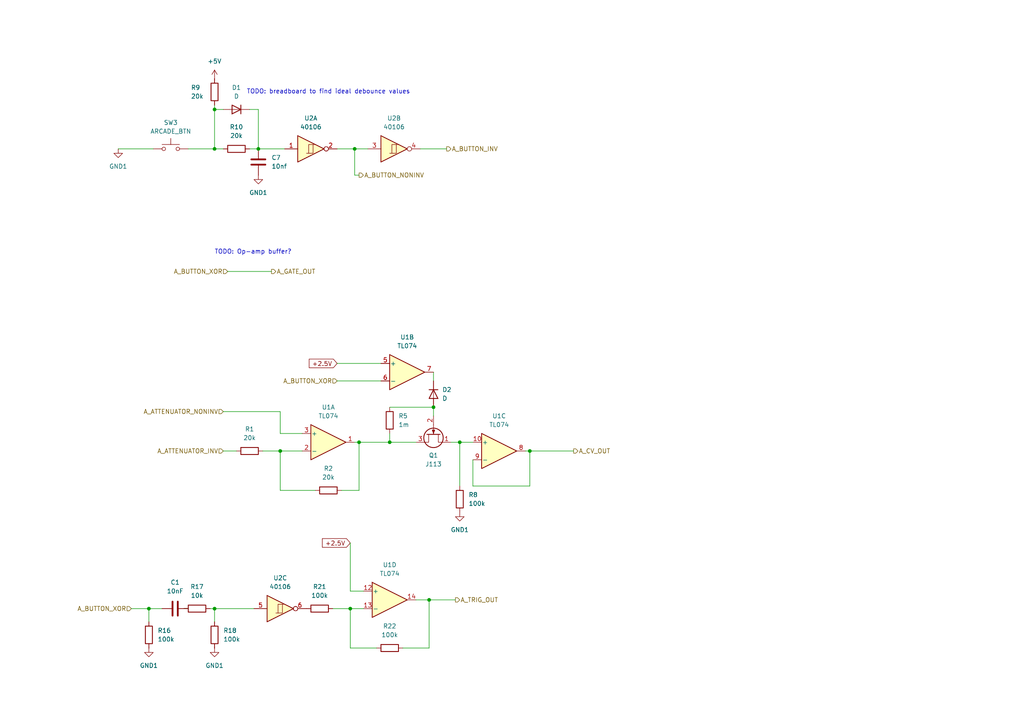
<source format=kicad_sch>
(kicad_sch (version 20231120) (generator "eeschema") (generator_version "8.0")
  (paper "A4")
  (lib_symbols
    (symbol "4xxx:40106" (pin_names (offset 1.016))
      (property "Reference" "U" (at 0 1.27 0))
      (property "Value" "40106" (at 0 -1.27 0))
      (symbol "40106_1_0"
        (polyline (pts (xy -0.635 -1.27) (xy -0.635 1.27) (xy 0.635 1.27)))
        (polyline (pts (xy -3.81 3.81) (xy -3.81 -3.81) (xy 3.81 0) (xy -3.81 3.81)) (stroke (width 0.254)) (fill (type background)))
        (polyline (pts (xy -1.27 -1.27) (xy 0.635 -1.27) (xy 0.635 1.27) (xy 1.27 1.27)))
        (pin input line (at -7.62 0 0) (length 3.81) (name "~") (number "1"))
        (pin output inverted (at 7.62 0 180) (length 3.81) (name "~") (number "2"))
      )
      (symbol "40106_2_0"
        (polyline (pts (xy -0.635 -1.27) (xy -0.635 1.27) (xy 0.635 1.27)))
        (polyline (pts (xy -3.81 3.81) (xy -3.81 -3.81) (xy 3.81 0) (xy -3.81 3.81)) (stroke (width 0.254)) (fill (type background)))
        (polyline (pts (xy -1.27 -1.27) (xy 0.635 -1.27) (xy 0.635 1.27) (xy 1.27 1.27)))
        (pin input line (at -7.62 0 0) (length 3.81) (name "~") (number "3"))
        (pin output inverted (at 7.62 0 180) (length 3.81) (name "~") (number "4"))
      )
      (symbol "40106_3_0"
        (polyline (pts (xy -0.635 -1.27) (xy -0.635 1.27) (xy 0.635 1.27)))
        (polyline (pts (xy -3.81 3.81) (xy -3.81 -3.81) (xy 3.81 0) (xy -3.81 3.81)) (stroke (width 0.254)) (fill (type background)))
        (polyline (pts (xy -1.27 -1.27) (xy 0.635 -1.27) (xy 0.635 1.27) (xy 1.27 1.27)))
        (pin input line (at -7.62 0 0) (length 3.81) (name "~") (number "5"))
        (pin output inverted (at 7.62 0 180) (length 3.81) (name "~") (number "6"))
      )
      (symbol "40106_4_0"
        (polyline (pts (xy -0.635 -1.27) (xy -0.635 1.27) (xy 0.635 1.27)))
        (polyline (pts (xy -3.81 3.81) (xy -3.81 -3.81) (xy 3.81 0) (xy -3.81 3.81)) (stroke (width 0.254)) (fill (type background)))
        (polyline (pts (xy -1.27 -1.27) (xy 0.635 -1.27) (xy 0.635 1.27) (xy 1.27 1.27)))
        (pin output inverted (at 7.62 0 180) (length 3.81) (name "~") (number "8"))
        (pin input line (at -7.62 0 0) (length 3.81) (name "~") (number "9"))
      )
      (symbol "40106_5_0"
        (polyline (pts (xy -0.635 -1.27) (xy -0.635 1.27) (xy 0.635 1.27)))
        (polyline (pts (xy -3.81 3.81) (xy -3.81 -3.81) (xy 3.81 0) (xy -3.81 3.81)) (stroke (width 0.254)) (fill (type background)))
        (polyline (pts (xy -1.27 -1.27) (xy 0.635 -1.27) (xy 0.635 1.27) (xy 1.27 1.27)))
        (pin output inverted (at 7.62 0 180) (length 3.81) (name "~") (number "10"))
        (pin input line (at -7.62 0 0) (length 3.81) (name "~") (number "11"))
      )
      (symbol "40106_6_0"
        (polyline (pts (xy -0.635 -1.27) (xy -0.635 1.27) (xy 0.635 1.27)))
        (polyline (pts (xy -3.81 3.81) (xy -3.81 -3.81) (xy 3.81 0) (xy -3.81 3.81)) (stroke (width 0.254)) (fill (type background)))
        (polyline (pts (xy -1.27 -1.27) (xy 0.635 -1.27) (xy 0.635 1.27) (xy 1.27 1.27)))
        (pin output inverted (at 7.62 0 180) (length 3.81) (name "~") (number "12"))
        (pin input line (at -7.62 0 0) (length 3.81) (name "~") (number "13"))
      )
      (symbol "40106_7_0"
        (pin power_in line (at 0 12.7 270) (length 5.08) (name "VDD") (number "14"))
        (pin power_in line (at 0 -12.7 90) (length 5.08) (name "VSS") (number "7"))
      )
      (symbol "40106_7_1"
        (rectangle (start -5.08 7.62) (end 5.08 -7.62) (stroke (width 0.254)) (fill (type background)))
      )
    )
    (symbol "Amplifier_Operational:TL074" (pin_names (offset 0.127))
      (property "Reference" "U" (at 0 5.08 0))
      (property "Value" "TL074" (at 0 -5.08 0))
      (symbol "TL074_1_1"
        (polyline (pts (xy -5.08 5.08) (xy 5.08 0) (xy -5.08 -5.08) (xy -5.08 5.08)) (stroke (width 0.254)) (fill (type background)))
        (pin output line (at 7.62 0 180) (length 2.54) (name "~") (number "1"))
        (pin input line (at -7.62 -2.54 0) (length 2.54) (name "-") (number "2"))
        (pin input line (at -7.62 2.54 0) (length 2.54) (name "+") (number "3"))
      )
      (symbol "TL074_2_1"
        (polyline (pts (xy -5.08 5.08) (xy 5.08 0) (xy -5.08 -5.08) (xy -5.08 5.08)) (stroke (width 0.254)) (fill (type background)))
        (pin input line (at -7.62 2.54 0) (length 2.54) (name "+") (number "5"))
        (pin input line (at -7.62 -2.54 0) (length 2.54) (name "-") (number "6"))
        (pin output line (at 7.62 0 180) (length 2.54) (name "~") (number "7"))
      )
      (symbol "TL074_3_1"
        (polyline (pts (xy -5.08 5.08) (xy 5.08 0) (xy -5.08 -5.08) (xy -5.08 5.08)) (stroke (width 0.254)) (fill (type background)))
        (pin input line (at -7.62 2.54 0) (length 2.54) (name "+") (number "10"))
        (pin output line (at 7.62 0 180) (length 2.54) (name "~") (number "8"))
        (pin input line (at -7.62 -2.54 0) (length 2.54) (name "-") (number "9"))
      )
      (symbol "TL074_4_1"
        (polyline (pts (xy -5.08 5.08) (xy 5.08 0) (xy -5.08 -5.08) (xy -5.08 5.08)) (stroke (width 0.254)) (fill (type background)))
        (pin input line (at -7.62 2.54 0) (length 2.54) (name "+") (number "12"))
        (pin input line (at -7.62 -2.54 0) (length 2.54) (name "-") (number "13"))
        (pin output line (at 7.62 0 180) (length 2.54) (name "~") (number "14"))
      )
      (symbol "TL074_5_1"
        (pin power_in line (at -2.54 -7.62 90) (length 3.81) (name "V-") (number "11"))
        (pin power_in line (at -2.54 7.62 270) (length 3.81) (name "V+") (number "4"))
      )
    )
    (symbol "Device:C" (pin_numbers hide) (pin_names (offset 0.254))
      (property "Reference" "C" (at 0.635 2.54 0))
      (property "Value" "C" (at 0.635 -2.54 0))
      (symbol "C_0_1"
        (polyline (pts (xy -2.032 -0.762) (xy 2.032 -0.762)) (stroke (width 0.508)))
        (polyline (pts (xy -2.032 0.762) (xy 2.032 0.762)) (stroke (width 0.508)))
      )
      (symbol "C_1_1"
        (pin passive line (at 0 3.81 270) (length 2.794) (name "~") (number "1"))
        (pin passive line (at 0 -3.81 90) (length 2.794) (name "~") (number "2"))
      )
    )
    (symbol "Device:D" (pin_numbers hide) (pin_names (offset 1.016) hide)
      (property "Reference" "D" (at 0 2.54 0))
      (property "Value" "D" (at 0 -2.54 0))
      (symbol "D_0_1"
        (polyline (pts (xy -1.27 1.27) (xy -1.27 -1.27)) (stroke (width 0.254)))
        (polyline (pts (xy 1.27 0) (xy -1.27 0)))
        (polyline (pts (xy 1.27 1.27) (xy 1.27 -1.27) (xy -1.27 0) (xy 1.27 1.27)) (stroke (width 0.254)))
      )
      (symbol "D_1_1"
        (pin passive line (at -3.81 0 0) (length 2.54) (name "K") (number "1"))
        (pin passive line (at 3.81 0 180) (length 2.54) (name "A") (number "2"))
      )
    )
    (symbol "Device:R" (pin_numbers hide) (pin_names (offset 0))
      (property "Reference" "R" (at 2.032 0 90))
      (property "Value" "R" (at 0 0 90))
      (symbol "R_0_1"
        (rectangle (start -1.016 -2.54) (end 1.016 2.54) (stroke (width 0.254)))
      )
      (symbol "R_1_1"
        (pin passive line (at 0 3.81 270) (length 1.27) (name "~") (number "1"))
        (pin passive line (at 0 -3.81 90) (length 1.27) (name "~") (number "2"))
      )
    )
    (symbol "Switch:SW_Push" (pin_numbers hide) (pin_names (offset 1.016) hide)
      (property "Reference" "SW" (at 1.27 2.54 0))
      (property "Value" "SW_Push" (at 0 -1.524 0))
      (symbol "SW_Push_0_1"
        (circle (center -2.032 0) (radius 0.508))
        (polyline (pts (xy 0 1.27) (xy 0 3.048)))
        (polyline (pts (xy 2.54 1.27) (xy -2.54 1.27)))
        (circle (center 2.032 0) (radius 0.508))
        (pin passive line (at -5.08 0 0) (length 2.54) (name "1") (number "1"))
        (pin passive line (at 5.08 0 180) (length 2.54) (name "2") (number "2"))
      )
    )
    (symbol "Transistor_FET:2N3819" (pin_names hide)
      (property "Reference" "Q" (at 5.08 1.905 0))
      (property "Value" "2N3819" (at 5.08 0 0))
      (symbol "2N3819_0_1"
        (polyline (pts (xy 0.254 0) (xy -2.54 0)))
        (polyline (pts (xy 0.254 1.905) (xy 0.254 -1.905)) (stroke (width 0.254)))
        (polyline (pts (xy 2.54 -2.54) (xy 2.54 -1.397) (xy 0.254 -1.397)))
        (polyline (pts (xy 2.54 2.54) (xy 2.54 1.397) (xy 0.254 1.397)))
        (polyline (pts (xy 0 0) (xy -1.016 0.381) (xy -1.016 -0.381) (xy 0 0)) (fill (type outline)))
        (circle (center 1.27 0) (radius 2.8194) (stroke (width 0.254)))
      )
      (symbol "2N3819_1_1"
        (pin passive line (at 2.54 5.08 270) (length 2.54) (name "D") (number "1"))
        (pin input line (at -5.08 0 0) (length 2.54) (name "G") (number "2"))
        (pin passive line (at 2.54 -5.08 90) (length 2.54) (name "S") (number "3"))
      )
    )
    (symbol "power:+5V" (power) (pin_numbers hide) (pin_names (offset 0) hide)
      (property "Value" "+5V" (at 0 3.556 0))
      (symbol "+5V_0_1"
        (polyline (pts (xy -0.762 1.27) (xy 0 2.54)))
        (polyline (pts (xy 0 0) (xy 0 2.54)))
        (polyline (pts (xy 0 2.54) (xy 0.762 1.27)))
      )
      (symbol "+5V_1_1"
        (pin power_in line (at 0 0 90) (length 0) (name "~") (number "1"))
      )
    )
    (symbol "power:GND1" (power) (pin_numbers hide) (pin_names (offset 0) hide)
      (property "Value" "GND1" (at 0 -3.81 0))
      (symbol "GND1_0_1"
        (polyline (pts (xy 0 0) (xy 0 -1.27) (xy 1.27 -1.27) (xy 0 -2.54) (xy -1.27 -1.27) (xy 0 -1.27)))
      )
      (symbol "GND1_1_1"
        (pin power_in line (at 0 0 270) (length 0) (name "~") (number "1"))
      )
    )
  )
  (junction (at 113.03 128.27))
  (junction (at 124.46 173.99))
  (junction (at 43.18 176.53))
  (junction (at 62.23 31.75))
  (junction (at 153.67 130.81))
  (junction (at 133.35 128.27))
  (junction (at 125.73 118.11))
  (junction (at 74.93 43.18))
  (junction (at 101.6 176.53))
  (junction (at 62.23 43.18))
  (junction (at 81.28 130.81))
  (junction (at 62.23 176.53))
  (junction (at 104.14 128.27))
  (junction (at 102.87 43.18))
  (wire (pts (xy 43.18 176.53) (xy 46.99 176.53)))
  (wire (pts (xy 43.18 180.34) (xy 43.18 176.53)))
  (wire (pts (xy 137.16 140.97) (xy 153.67 140.97)))
  (wire (pts (xy 62.23 43.18) (xy 64.77 43.18)))
  (wire (pts (xy 34.29 43.18) (xy 44.45 43.18)))
  (wire (pts (xy 97.79 110.49) (xy 110.49 110.49)))
  (wire (pts (xy 64.77 119.38) (xy 81.28 119.38)))
  (wire (pts (xy 153.67 130.81) (xy 152.4 130.81)))
  (wire (pts (xy 133.35 128.27) (xy 137.16 128.27)))
  (wire (pts (xy 62.23 176.53) (xy 73.66 176.53)))
  (wire (pts (xy 60.96 176.53) (xy 62.23 176.53)))
  (wire (pts (xy 124.46 173.99) (xy 132.08 173.99)))
  (wire (pts (xy 113.03 118.11) (xy 125.73 118.11)))
  (wire (pts (xy 130.81 128.27) (xy 133.35 128.27)))
  (wire (pts (xy 81.28 142.24) (xy 81.28 130.81)))
  (wire (pts (xy 137.16 133.35) (xy 137.16 140.97)))
  (wire (pts (xy 66.04 78.74) (xy 78.74 78.74)))
  (wire (pts (xy 104.14 50.8) (xy 102.87 50.8)))
  (wire (pts (xy 62.23 31.75) (xy 62.23 43.18)))
  (wire (pts (xy 125.73 107.95) (xy 125.73 110.49)))
  (wire (pts (xy 102.87 128.27) (xy 104.14 128.27)))
  (wire (pts (xy 72.39 43.18) (xy 74.93 43.18)))
  (wire (pts (xy 124.46 187.96) (xy 124.46 173.99)))
  (wire (pts (xy 101.6 171.45) (xy 105.41 171.45)))
  (wire (pts (xy 153.67 140.97) (xy 153.67 130.81)))
  (wire (pts (xy 109.22 187.96) (xy 101.6 187.96)))
  (wire (pts (xy 133.35 140.97) (xy 133.35 128.27)))
  (wire (pts (xy 101.6 176.53) (xy 101.6 187.96)))
  (wire (pts (xy 113.03 128.27) (xy 120.65 128.27)))
  (wire (pts (xy 54.61 43.18) (xy 62.23 43.18)))
  (wire (pts (xy 113.03 125.73) (xy 113.03 128.27)))
  (wire (pts (xy 101.6 176.53) (xy 105.41 176.53)))
  (wire (pts (xy 102.87 43.18) (xy 106.68 43.18)))
  (wire (pts (xy 81.28 125.73) (xy 87.63 125.73)))
  (wire (pts (xy 153.67 130.81) (xy 166.37 130.81)))
  (wire (pts (xy 74.93 43.18) (xy 82.55 43.18)))
  (wire (pts (xy 121.92 43.18) (xy 129.54 43.18)))
  (wire (pts (xy 62.23 30.48) (xy 62.23 31.75)))
  (wire (pts (xy 96.52 176.53) (xy 101.6 176.53)))
  (wire (pts (xy 102.87 43.18) (xy 102.87 50.8)))
  (wire (pts (xy 76.2 130.81) (xy 81.28 130.81)))
  (wire (pts (xy 64.77 130.81) (xy 68.58 130.81)))
  (wire (pts (xy 116.84 187.96) (xy 124.46 187.96)))
  (wire (pts (xy 101.6 157.48) (xy 101.6 171.45)))
  (wire (pts (xy 99.06 142.24) (xy 104.14 142.24)))
  (wire (pts (xy 125.73 118.11) (xy 125.73 120.65)))
  (wire (pts (xy 72.39 31.75) (xy 74.93 31.75)))
  (wire (pts (xy 97.79 105.41) (xy 110.49 105.41)))
  (wire (pts (xy 62.23 31.75) (xy 64.77 31.75)))
  (wire (pts (xy 120.65 173.99) (xy 124.46 173.99)))
  (wire (pts (xy 97.79 43.18) (xy 102.87 43.18)))
  (wire (pts (xy 81.28 130.81) (xy 87.63 130.81)))
  (wire (pts (xy 62.23 176.53) (xy 62.23 180.34)))
  (wire (pts (xy 74.93 31.75) (xy 74.93 43.18)))
  (wire (pts (xy 91.44 142.24) (xy 81.28 142.24)))
  (wire (pts (xy 104.14 142.24) (xy 104.14 128.27)))
  (wire (pts (xy 38.1 176.53) (xy 43.18 176.53)))
  (wire (pts (xy 53.34 176.53) (xy 54.61 176.53)))
  (wire (pts (xy 104.14 128.27) (xy 113.03 128.27)))
  (wire (pts (xy 81.28 119.38) (xy 81.28 125.73)))
  (text "TODO: Op-amp buffer?" (at 73.406 73.152 0) (effects (font (size 1.27 1.27))))
  (text "TODO: breadboard to find ideal debounce values\n" (at 95.25 26.67 0) (effects (font (size 1.27 1.27))))
  (global_label "+2.5V" (shape input) (at 97.79 105.41 180) (property "Intersheetrefs" "${INTERSHEET_REFS}" (effects (hide yes))))
  (global_label "+2.5V" (shape input) (at 101.6 157.48 180) (property "Intersheetrefs" "${INTERSHEET_REFS}" (effects (hide yes))))
  (hierarchical_label "A_GATE_OUT" (shape output) (at 78.74 78.74 0))
  (hierarchical_label "A_ATTENUATOR_INV" (shape input) (at 64.77 130.81 180))
  (hierarchical_label "A_BUTTON_XOR" (shape input) (at 66.04 78.74 180))
  (hierarchical_label "A_BUTTON_NONINV" (shape output) (at 104.14 50.8 0))
  (hierarchical_label "A_BUTTON_XOR" (shape input) (at 38.1 176.53 180))
  (hierarchical_label "A_CV_OUT" (shape output) (at 166.37 130.81 0))
  (hierarchical_label "A_BUTTON_XOR" (shape input) (at 97.79 110.49 180))
  (hierarchical_label "A_ATTENUATOR_NONINV" (shape input) (at 64.77 119.38 180))
  (hierarchical_label "A_TRIG_OUT" (shape output) (at 132.08 173.99 0))
  (hierarchical_label "A_BUTTON_INV" (shape output) (at 129.54 43.18 0))
  (symbol (lib_id "Device:R") (at 57.15 176.53 90) (unit 1)
    (property "Reference" "R17" (at 57.15 170.18 90))
    (property "Value" "10k" (at 57.15 172.72 90))
    (property "Footprint" "Resistor_SMD:R_0603_1608Metric" (effects (hide yes)))
    (property "Description" "Resistor" (effects (hide yes)))
  )
  (symbol (lib_id "power:GND1") (at 34.29 43.18 0) (unit 1)
    (property "Reference" "#PWR012" (effects (hide yes)))
    (property "Value" "GND1" (at 34.29 48.26 0))
    (property "Description" "Power symbol creates a global label with name \"GND1\" , ground" (effects (hide yes)))
  )
  (symbol (lib_id "Amplifier_Operational:TL074") (at 113.03 173.99 0) (unit 4)
    (property "Reference" "U1" (at 113.03 163.83 0))
    (property "Value" "TL074" (at 113.03 166.37 0))
    (property "Footprint" "Package_SO:SSOP-14_5.3x6.2mm_P0.65mm" (effects (hide yes)))
    (property "Datasheet" "http://www.ti.com/lit/ds/symlink/tl071.pdf" (effects (hide yes)))
    (property "Description" "Quad Low-Noise JFET-Input Operational Amplifiers, DIP-14/SOIC-14" (effects (hide yes)))
  )
  (symbol (lib_id "Amplifier_Operational:TL074") (at 118.11 107.95 0) (unit 2)
    (property "Reference" "U1" (at 118.11 97.79 0))
    (property "Value" "TL074" (at 118.11 100.33 0))
    (property "Footprint" "Package_SO:SSOP-14_5.3x6.2mm_P0.65mm" (effects (hide yes)))
    (property "Datasheet" "http://www.ti.com/lit/ds/symlink/tl071.pdf" (effects (hide yes)))
    (property "Description" "Quad Low-Noise JFET-Input Operational Amplifiers, DIP-14/SOIC-14" (effects (hide yes)))
  )
  (symbol (lib_id "Device:R") (at 62.23 26.67 0) (unit 1)
    (property "Reference" "R9" (at 55.372 25.4 0) (effects (justify left)))
    (property "Value" "20k" (at 55.372 27.94 0) (effects (justify left)))
    (property "Footprint" "Resistor_SMD:R_0603_1608Metric" (effects (hide yes)))
    (property "Description" "Resistor" (effects (hide yes)))
  )
  (symbol (lib_id "Device:R") (at 113.03 121.92 180) (unit 1)
    (property "Reference" "R5" (at 115.57 120.6499 0) (effects (justify right)))
    (property "Value" "1m" (at 115.57 123.1899 0) (effects (justify right)))
    (property "Footprint" "Resistor_SMD:R_0603_1608Metric" (effects (hide yes)))
    (property "Description" "Resistor" (effects (hide yes)))
  )
  (symbol (lib_id "Device:R") (at 95.25 142.24 90) (unit 1)
    (property "Reference" "R2" (at 95.25 135.89 90))
    (property "Value" "20k" (at 95.25 138.43 90))
    (property "Footprint" "Resistor_SMD:R_0603_1608Metric" (effects (hide yes)))
    (property "Description" "Resistor" (effects (hide yes)))
  )
  (symbol (lib_id "4xxx:40106") (at 114.3 43.18 0) (unit 2)
    (property "Reference" "U2" (at 114.3 34.29 0))
    (property "Value" "40106" (at 114.3 36.83 0))
    (property "Footprint" "Package_SO:TSSOP-14_4.4x5mm_P0.65mm" (effects (hide yes)))
    (property "Datasheet" "https://assets.nexperia.com/documents/data-sheet/HEF40106B.pdf" (effects (hide yes)))
    (property "Description" "Hex Schmitt trigger inverter" (effects (hide yes)))
  )
  (symbol (lib_id "Device:D") (at 68.58 31.75 180) (unit 1)
    (property "Reference" "D1" (at 68.58 25.4 0))
    (property "Value" "D" (at 68.58 27.94 0))
    (property "Footprint" "Diode_SMD:D_0603_1608Metric" (effects (hide yes)))
    (property "Description" "Diode" (effects (hide yes)))
    (property "Sim.Device" "D" (effects (hide yes)))
    (property "Sim.Pins" "1=K 2=A" (effects (hide yes)))
  )
  (symbol (lib_id "Device:R") (at 68.58 43.18 90) (unit 1)
    (property "Reference" "R10" (at 68.58 36.83 90))
    (property "Value" "20k" (at 68.58 39.37 90))
    (property "Footprint" "Resistor_SMD:R_0603_1608Metric" (effects (hide yes)))
    (property "Description" "Resistor" (effects (hide yes)))
  )
  (symbol (lib_id "Switch:SW_Push") (at 49.53 43.18 0) (unit 1)
    (property "Reference" "SW3" (at 49.53 35.56 0))
    (property "Value" "ARCADE_BTN" (at 49.53 38.1 0))
    (property "Footprint" "Connector_JST:JST_XH_S2B-XH-A-1_1x02_P2.50mm_Horizontal" (effects (hide yes)))
    (property "Description" "Push button switch, generic, two pins" (effects (hide yes)))
  )
  (symbol (lib_id "Device:C") (at 74.93 46.99 0) (unit 1)
    (property "Reference" "C7" (at 78.74 45.7199 0) (effects (justify left)))
    (property "Value" "10nf" (at 78.74 48.2599 0) (effects (justify left)))
    (property "Footprint" "Capacitor_SMD:C_0603_1608Metric" (effects (hide yes)))
    (property "Description" "Unpolarized capacitor" (effects (hide yes)))
  )
  (symbol (lib_id "Device:C") (at 50.8 176.53 270) (unit 1)
    (property "Reference" "C1" (at 50.8 168.91 90))
    (property "Value" "10nF" (at 50.8 171.45 90))
    (property "Footprint" "Capacitor_SMD:C_0603_1608Metric" (effects (hide yes)))
    (property "Description" "Unpolarized capacitor" (effects (hide yes)))
  )
  (symbol (lib_id "Device:R") (at 133.35 144.78 0) (unit 1)
    (property "Reference" "R8" (at 135.89 143.5099 0) (effects (justify left)))
    (property "Value" "100k" (at 135.89 146.0499 0) (effects (justify left)))
    (property "Footprint" "Resistor_SMD:R_0603_1608Metric" (effects (hide yes)))
    (property "Description" "Resistor" (effects (hide yes)))
  )
  (symbol (lib_id "Device:R") (at 72.39 130.81 90) (unit 1)
    (property "Reference" "R1" (at 72.39 124.46 90))
    (property "Value" "20k" (at 72.39 127 90))
    (property "Footprint" "Resistor_SMD:R_0603_1608Metric" (effects (hide yes)))
    (property "Description" "Resistor" (effects (hide yes)))
  )
  (symbol (lib_id "Device:D") (at 125.73 114.3 270) (unit 1)
    (property "Reference" "D2" (at 128.27 113.0299 90) (effects (justify left)))
    (property "Value" "D" (at 128.27 115.5699 90) (effects (justify left)))
    (property "Footprint" "Diode_SMD:D_0603_1608Metric" (effects (hide yes)))
    (property "Description" "Diode" (effects (hide yes)))
    (property "Sim.Device" "D" (effects (hide yes)))
    (property "Sim.Pins" "1=K 2=A" (effects (hide yes)))
  )
  (symbol (lib_id "power:GND1") (at 43.18 187.96 0) (unit 1)
    (property "Reference" "#PWR024" (effects (hide yes)))
    (property "Value" "GND1" (at 43.18 193.04 0))
    (property "Description" "Power symbol creates a global label with name \"GND1\" , ground" (effects (hide yes)))
  )
  (symbol (lib_id "Amplifier_Operational:TL074") (at 95.25 128.27 0) (unit 1)
    (property "Reference" "U1" (at 95.25 118.11 0))
    (property "Value" "TL074" (at 95.25 120.65 0))
    (property "Footprint" "Package_SO:SSOP-14_5.3x6.2mm_P0.65mm" (effects (hide yes)))
    (property "Datasheet" "http://www.ti.com/lit/ds/symlink/tl071.pdf" (effects (hide yes)))
    (property "Description" "Quad Low-Noise JFET-Input Operational Amplifiers, DIP-14/SOIC-14" (effects (hide yes)))
  )
  (symbol (lib_id "4xxx:40106") (at 81.28 176.53 0) (unit 3)
    (property "Reference" "U2" (at 81.28 167.64 0))
    (property "Value" "40106" (at 81.28 170.18 0))
    (property "Footprint" "Package_SO:TSSOP-14_4.4x5mm_P0.65mm" (effects (hide yes)))
    (property "Datasheet" "https://assets.nexperia.com/documents/data-sheet/HEF40106B.pdf" (effects (hide yes)))
    (property "Description" "Hex Schmitt trigger inverter" (effects (hide yes)))
  )
  (symbol (lib_id "power:GND1") (at 62.23 187.96 0) (unit 1)
    (property "Reference" "#PWR025" (effects (hide yes)))
    (property "Value" "GND1" (at 62.23 193.04 0))
    (property "Description" "Power symbol creates a global label with name \"GND1\" , ground" (effects (hide yes)))
  )
  (symbol (lib_id "Device:R") (at 92.71 176.53 90) (unit 1)
    (property "Reference" "R21" (at 92.71 170.18 90))
    (property "Value" "100k" (at 92.71 172.72 90))
    (property "Footprint" "Resistor_SMD:R_0603_1608Metric" (effects (hide yes)))
    (property "Description" "Resistor" (effects (hide yes)))
  )
  (symbol (lib_id "power:GND1") (at 74.93 50.8 0) (unit 1)
    (property "Reference" "#PWR022" (effects (hide yes)))
    (property "Value" "GND1" (at 74.93 55.88 0))
    (property "Description" "Power symbol creates a global label with name \"GND1\" , ground" (effects (hide yes)))
  )
  (symbol (lib_id "Device:R") (at 62.23 184.15 180) (unit 1)
    (property "Reference" "R18" (at 64.77 182.8799 0) (effects (justify right)))
    (property "Value" "100k" (at 64.77 185.4199 0) (effects (justify right)))
    (property "Footprint" "Resistor_SMD:R_0603_1608Metric" (effects (hide yes)))
    (property "Description" "Resistor" (effects (hide yes)))
  )
  (symbol (lib_id "4xxx:40106") (at 90.17 43.18 0) (unit 1)
    (property "Reference" "U2" (at 90.17 34.29 0))
    (property "Value" "40106" (at 90.17 36.83 0))
    (property "Footprint" "Package_SO:TSSOP-14_4.4x5mm_P0.65mm" (effects (hide yes)))
    (property "Datasheet" "https://assets.nexperia.com/documents/data-sheet/HEF40106B.pdf" (effects (hide yes)))
    (property "Description" "Hex Schmitt trigger inverter" (effects (hide yes)))
  )
  (symbol (lib_id "power:GND1") (at 133.35 148.59 0) (unit 1)
    (property "Reference" "#PWR020" (effects (hide yes)))
    (property "Value" "GND1" (at 133.35 153.67 0))
    (property "Description" "Power symbol creates a global label with name \"GND1\" , ground" (effects (hide yes)))
  )
  (symbol (lib_id "Device:R") (at 43.18 184.15 0) (unit 1)
    (property "Reference" "R16" (at 45.72 182.8799 0) (effects (justify left)))
    (property "Value" "100k" (at 45.72 185.4199 0) (effects (justify left)))
    (property "Footprint" "Resistor_SMD:R_0603_1608Metric" (effects (hide yes)))
    (property "Description" "Resistor" (effects (hide yes)))
  )
  (symbol (lib_id "power:+5V") (at 62.23 22.86 0) (unit 1)
    (property "Reference" "#PWR021" (effects (hide yes)))
    (property "Value" "+5V" (at 62.23 17.78 0))
    (property "Description" "Power symbol creates a global label with name \"+5V\"" (effects (hide yes)))
  )
  (symbol (lib_id "Transistor_FET:2N3819") (at 125.73 125.73 270) (unit 1)
    (property "Reference" "Q1" (at 125.73 132.08 90))
    (property "Value" "J113" (at 125.73 134.62 90))
    (property "Footprint" "Package_TO_SOT_SMD:SOT-23_Handsoldering" (effects (hide yes)))
    (property "Datasheet" "https://my.centralsemi.com/datasheets/2N3819.PDF" (effects (hide yes)))
    (property "Description" "20mA Id, 25V Vgs, N-Channel JFET Transistor, TO-92" (effects (hide yes)))
  )
  (symbol (lib_id "Amplifier_Operational:TL074") (at 144.78 130.81 0) (unit 3)
    (property "Reference" "U1" (at 144.78 120.65 0))
    (property "Value" "TL074" (at 144.78 123.19 0))
    (property "Footprint" "Package_SO:SSOP-14_5.3x6.2mm_P0.65mm" (effects (hide yes)))
    (property "Datasheet" "http://www.ti.com/lit/ds/symlink/tl071.pdf" (effects (hide yes)))
    (property "Description" "Quad Low-Noise JFET-Input Operational Amplifiers, DIP-14/SOIC-14" (effects (hide yes)))
  )
  (symbol (lib_id "Device:R") (at 113.03 187.96 90) (unit 1)
    (property "Reference" "R22" (at 113.03 181.61 90))
    (property "Value" "100k" (at 113.03 184.15 90))
    (property "Footprint" "Resistor_SMD:R_0603_1608Metric" (effects (hide yes)))
    (property "Description" "Resistor" (effects (hide yes)))
  )
)
</source>
